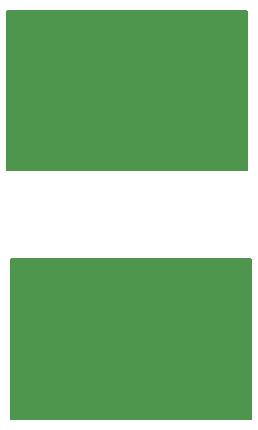
<source format=gbr>
%FSLAX34Y34*%
%MOMM*%
%LNOUTLINE*%
G71*
G01*
%ADD10C,0.150*%
%LPD*%
G36*
X177206Y83994D02*
X177206Y-50944D01*
X75894Y-50800D01*
X-25993Y-50944D01*
X-25994Y83994D01*
X177206Y83994D01*
G37*
G54D10*
X177206Y83994D02*
X177206Y-50944D01*
X75894Y-50800D01*
X-25993Y-50944D01*
X-25994Y83994D01*
X177206Y83994D01*
G36*
X180382Y-126350D02*
X180382Y-261287D01*
X79069Y-261144D01*
X-22818Y-261287D01*
X-22818Y-126350D01*
X180382Y-126350D01*
G37*
G54D10*
X180382Y-126350D02*
X180382Y-261287D01*
X79069Y-261144D01*
X-22818Y-261287D01*
X-22818Y-126350D01*
X180382Y-126350D01*
M02*

</source>
